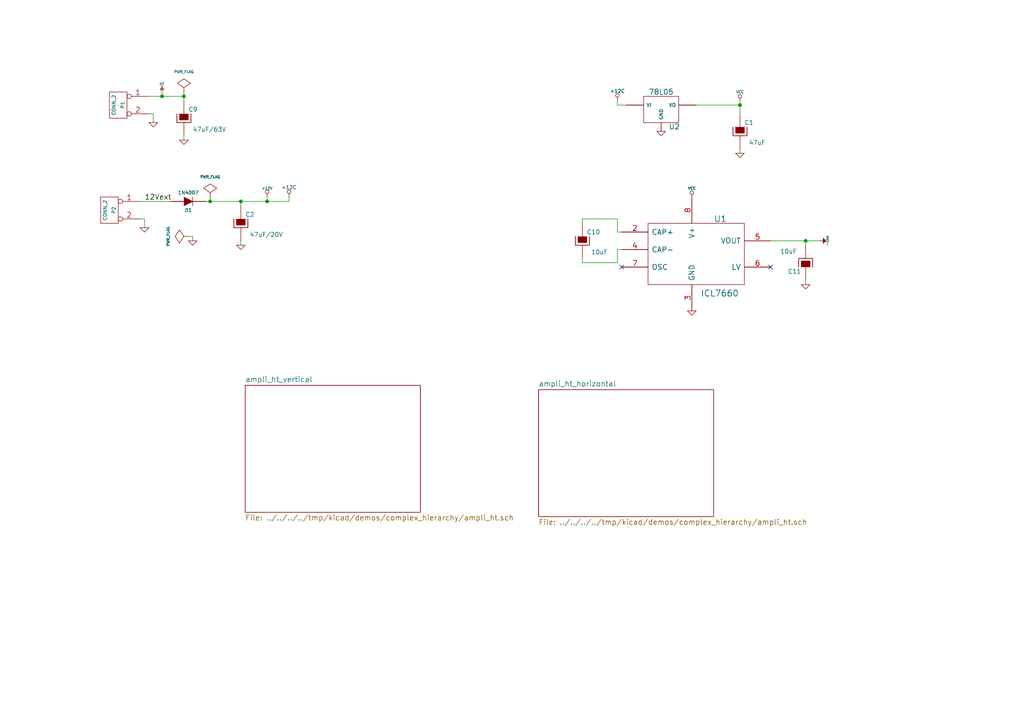
<source format=kicad_sch>
(kicad_sch (version 20230121) (generator eeschema)
  (paper "A4")
  (title_block (date "1 apr 2010"))
  (lib_symbols
    (symbol "complex_hierarchy-rescue:+12C" (power) (pin_numbers hide) (pin_names (offset 0))
      (property "Value" "+12C" (at 0 2.794 0))
      (symbol "+12C_0_0"
        (pin power_in line (at 0 0 90) (length 0) hide (name "+12C") (number "1"))
      )
      (symbol "+12C_0_1"
        (polyline (pts (xy 0 0) (xy 0 1.016) (xy 0 1.016) (xy 0 1.016)))
        (circle (center 0 1.524) (radius 0.508))
      )
    )
    (symbol "complex_hierarchy-rescue:+12V" (power) (pin_numbers hide) (pin_names (offset 0))
      (property "Value" "+12V" (at 0 2.54 0))
      (symbol "+12V_0_0"
        (pin power_in line (at 0 0 90) (length 0) hide (name "+12V") (number "1"))
      )
      (symbol "+12V_0_1"
        (polyline (pts (xy 0 0) (xy 0 1.016) (xy 0 1.016)))
        (circle (center 0 1.524) (radius 0.508))
      )
    )
    (symbol "complex_hierarchy-rescue:-VAA" (power) (pin_names (offset 0))
      (property "Value" "-VAA" (at 0 2.54 0))
      (symbol "-VAA_0_0"
        (pin power_in line (at 0 0 90) (length 0) hide (name "-VAA") (number "1"))
      )
      (symbol "-VAA_0_1"
        (polyline (pts (xy 0 0) (xy 0 1.27) (xy 0 1.27)))
        (polyline (pts (xy 0 2.032) (xy 0.762 1.27) (xy -0.508 1.27) (xy -0.762 1.27) (xy 0 2.032) (xy 0 2.032) (xy 0 2.032)) (fill (type outline)))
      )
    )
    (symbol "complex_hierarchy-rescue:7805" (pin_numbers hide) (pin_names (offset 0.762))
      (property "Reference" "U" (at 3.81 -4.9784 0))
      (property "Value" "7805" (at 0 5.08 0))
      (symbol "7805_0_1"
        (rectangle (start -5.08 -3.81) (end 5.08 3.81))
      )
      (symbol "7805_1_1"
        (pin input line (at 0 -6.35 90) (length 2.54) (name "GND") (number "GND"))
        (pin input line (at -10.16 1.27 0) (length 5.08) (name "VI") (number "VI"))
        (pin power_out line (at 10.16 1.27 180) (length 5.08) (name "VO") (number "VO"))
      )
    )
    (symbol "complex_hierarchy-rescue:CONN_2" (pin_names (offset 1.016) hide)
      (property "Reference" "P" (at -1.27 0 90))
      (property "Value" "CONN_2" (at 1.27 0 90))
      (symbol "CONN_2_0_1"
        (rectangle (start -2.54 3.81) (end 2.54 -3.81))
      )
      (symbol "CONN_2_1_1"
        (pin passive inverted (at -8.89 2.54 0) (length 6.35) (name "P1") (number "1"))
        (pin passive inverted (at -8.89 -2.54 0) (length 6.35) (name "PM") (number "2"))
      )
    )
    (symbol "complex_hierarchy-rescue:CP" (pin_numbers hide) (pin_names (offset 0.254) hide)
      (property "Reference" "C" (at 1.27 2.54 0))
      (property "Value" "CP" (at 1.27 -2.54 0))
      (symbol "CP_0_1"
        (polyline (pts (xy -2.032 1.27) (xy -2.032 -1.27) (xy 2.032 -1.27) (xy 2.032 1.27)) (stroke (width 0.2032)))
        (polyline (pts (xy -1.27 1.27) (xy -1.27 -0.508) (xy 1.27 -0.508) (xy 1.27 1.27)) (fill (type outline)))
      )
      (symbol "CP_1_1"
        (pin passive line (at 0 5.08 270) (length 3.81) (name "~") (number "1"))
        (pin passive line (at 0 -5.08 90) (length 3.81) (name "~") (number "2"))
      )
    )
    (symbol "complex_hierarchy-rescue:DIODE" (pin_numbers hide) (pin_names (offset 1.016) hide)
      (property "Reference" "D" (at 0 2.54 0))
      (property "Value" "DIODE" (at 0 -2.54 0))
      (symbol "DIODE_0_1"
        (polyline (pts (xy 1.27 1.27) (xy 1.27 -1.27)) (stroke (width 0.1524)))
        (polyline (pts (xy -1.27 1.27) (xy 1.27 0) (xy -1.27 -1.27)) (fill (type outline)))
      )
      (symbol "DIODE_1_1"
        (pin passive line (at -5.08 0 0) (length 3.81) (name "A") (number "1"))
        (pin passive line (at 5.08 0 180) (length 3.81) (name "K") (number "2"))
      )
    )
    (symbol "complex_hierarchy-rescue:GND" (power) (pin_names (offset 0))
      (symbol "GND_0_1"
        (polyline (pts (xy -1.27 0) (xy 0 -1.27) (xy 1.27 0) (xy -1.27 0)))
      )
      (symbol "GND_1_1"
        (pin power_in line (at 0 0 90) (length 0) hide (name "GND") (number "1"))
      )
    )
    (symbol "complex_hierarchy-rescue:HT" (power) (pin_names (offset 0))
      (property "Value" "HT" (at 0 2.286 0))
      (symbol "HT_0_0"
        (pin power_in line (at 0 0 90) (length 0) hide (name "HT") (number "1"))
      )
      (symbol "HT_0_1"
        (polyline (pts (xy 0 0) (xy 0 1.016) (xy 0 1.016)))
        (polyline (pts (xy 0 1.016) (xy 0.508 0.508) (xy 0 1.778) (xy -0.508 0.508) (xy 0 1.016) (xy 0 1.016)))
      )
    )
    (symbol "complex_hierarchy-rescue:ICL7660" (pin_names (offset 1.016))
      (property "Reference" "U" (at 5.08 10.16 0))
      (property "Value" "ICL7660" (at 1.27 -11.43 0))
      (symbol "ICL7660_0_1"
        (rectangle (start -13.97 -8.89) (end 13.97 8.89))
      )
      (symbol "ICL7660_1_1"
        (pin input line (at -21.59 6.35 0) (length 7.62) (name "CAP+") (number "2"))
        (pin power_in line (at -1.27 -16.51 90) (length 7.62) (name "GND") (number "3"))
        (pin input line (at -21.59 1.27 0) (length 7.62) (name "CAP-") (number "4"))
        (pin power_out line (at 21.59 3.81 180) (length 7.62) (name "VOUT") (number "5"))
        (pin input line (at 21.59 -3.81 180) (length 7.62) (name "LV") (number "6"))
        (pin input line (at -21.59 -3.81 0) (length 7.62) (name "OSC") (number "7"))
        (pin power_in line (at -1.27 16.51 270) (length 7.62) (name "V+") (number "8"))
      )
    )
    (symbol "complex_hierarchy-rescue:PWR_FLAG" (power) (pin_numbers hide) (pin_names (offset 0) hide)
      (property "Value" "PWR_FLAG" (at 0 4.572 0))
      (symbol "PWR_FLAG_0_0"
        (pin power_out line (at 0 0 90) (length 0) (name "pwr") (number "1"))
      )
      (symbol "PWR_FLAG_0_1"
        (polyline (pts (xy 0 0) (xy 0 1.27) (xy -1.905 2.54) (xy 0 3.81) (xy 1.905 2.54) (xy 0 1.27)))
      )
    )
    (symbol "complex_hierarchy-rescue:VCC" (power) (pin_names (offset 0))
      (property "Value" "VCC" (at 0 2.54 0))
      (symbol "VCC_0_0"
        (pin power_in line (at 0 0 90) (length 0) hide (name "VCC") (number "1"))
      )
      (symbol "VCC_0_1"
        (polyline (pts (xy 0 0) (xy 0 0.762) (xy 0 0.762)))
        (circle (center 0 1.27) (radius 0.508))
      )
    )
  )
  (junction (at 233.68 69.85))
  (junction (at 69.85 58.42))
  (junction (at 46.99 27.94))
  (junction (at 53.34 27.94))
  (junction (at 214.63 30.48))
  (junction (at 60.96 58.42))
  (junction (at 77.47 58.42))
  (no_connect (at 180.34 77.47))
  (no_connect (at 223.52 77.47))
  (wire (pts (xy 179.07 63.5) (xy 179.07 67.31)))
  (wire (pts (xy 69.85 58.42) (xy 69.85 59.69)))
  (wire (pts (xy 41.91 66.04) (xy 41.91 63.5)))
  (wire (pts (xy 46.99 26.67) (xy 46.99 27.94)))
  (wire (pts (xy 179.07 29.21) (xy 179.07 30.48)))
  (wire (pts (xy 83.82 58.42) (xy 83.82 57.15)))
  (wire (pts (xy 46.99 27.94) (xy 43.18 27.94)))
  (wire (pts (xy 233.68 69.85) (xy 237.49 69.85)))
  (wire (pts (xy 53.34 39.37) (xy 53.34 40.64)))
  (wire (pts (xy 53.34 29.21) (xy 53.34 27.94)))
  (wire (pts (xy 214.63 29.21) (xy 214.63 30.48)))
  (wire (pts (xy 201.93 30.48) (xy 214.63 30.48)))
  (wire (pts (xy 223.52 69.85) (xy 233.68 69.85)))
  (wire (pts (xy 214.63 30.48) (xy 214.63 33.02)))
  (wire (pts (xy 43.18 33.02) (xy 44.45 33.02)))
  (wire (pts (xy 179.07 72.39) (xy 180.34 72.39)))
  (wire (pts (xy 53.34 27.94) (xy 46.99 27.94)))
  (wire (pts (xy 59.69 58.42) (xy 60.96 58.42)))
  (wire (pts (xy 54.61 68.58) (xy 55.88 68.58)))
  (wire (pts (xy 60.96 58.42) (xy 60.96 57.15)))
  (wire (pts (xy 233.68 71.12) (xy 233.68 69.85)))
  (wire (pts (xy 44.45 33.02) (xy 44.45 35.56)))
  (wire (pts (xy 69.85 69.85) (xy 69.85 71.12)))
  (wire (pts (xy 168.91 74.93) (xy 168.91 76.2)))
  (wire (pts (xy 77.47 58.42) (xy 83.82 58.42)))
  (wire (pts (xy 168.91 76.2) (xy 179.07 76.2)))
  (wire (pts (xy 69.85 58.42) (xy 77.47 58.42)))
  (wire (pts (xy 233.68 81.28) (xy 233.68 82.55)))
  (wire (pts (xy 179.07 76.2) (xy 179.07 72.39)))
  (wire (pts (xy 60.96 58.42) (xy 69.85 58.42)))
  (wire (pts (xy 168.91 63.5) (xy 179.07 63.5)))
  (wire (pts (xy 179.07 67.31) (xy 180.34 67.31)))
  (wire (pts (xy 40.64 58.42) (xy 49.53 58.42)))
  (wire (pts (xy 55.88 68.58) (xy 55.88 69.85)))
  (wire (pts (xy 77.47 57.15) (xy 77.47 58.42)))
  (wire (pts (xy 179.07 30.48) (xy 181.61 30.48)))
  (wire (pts (xy 53.34 27.94) (xy 53.34 26.67)))
  (wire (pts (xy 168.91 64.77) (xy 168.91 63.5)))
  (wire (pts (xy 41.91 63.5) (xy 40.64 63.5)))
  (wire (pts (xy 214.63 43.18) (xy 214.63 44.45)))
  (label "12Vext" (at 41.91 58.42 0) (effects (font (size 1.524 1.524))))
  (symbol (lib_id "complex_hierarchy-rescue:CONN_2") (at 31.75 60.96 0) (mirror y) (unit 1)
    (property "Reference" "P2" (at 33.02 60.96 90) (effects (font (size 1.016 1.016))))
    (property "Value" "CONN_2" (at 30.48 60.96 90) (effects (font (size 1.016 1.016))))
  )
  (symbol (lib_id "complex_hierarchy-rescue:GND") (at 41.91 66.04 0) (unit 1)
    (property "Reference" "#PWR019" (effects hide))
    (property "Value" "GND" (effects hide))
  )
  (symbol (lib_id "complex_hierarchy-rescue:DIODE") (at 54.61 58.42 0) (mirror x) (unit 1)
    (property "Reference" "D1" (at 54.61 60.96 0) (effects (font (size 1.016 1.016))))
    (property "Value" "1N4007" (at 54.61 55.88 0) (effects (font (size 1.016 1.016))))
  )
  (symbol (lib_id "complex_hierarchy-rescue:CP") (at 69.85 64.77 0) (unit 1)
    (property "Reference" "C2" (at 71.12 62.23 0) (effects (justify left)))
    (property "Value" "47uF/20V" (at 72.39 67.31 0) (effects (justify left top)))
  )
  (symbol (lib_id "complex_hierarchy-rescue:GND") (at 69.85 71.12 0) (unit 1)
    (property "Reference" "#PWR018" (effects hide))
    (property "Value" "GND" (effects hide))
  )
  (symbol (lib_id "complex_hierarchy-rescue:+12V") (at 77.47 57.15 0) (unit 1)
    (property "Reference" "#U017" (effects hide))
    (property "Value" "+12V" (at 77.47 54.61 0) (effects (font (size 0.762 0.762))))
  )
  (symbol (lib_id "complex_hierarchy-rescue:PWR_FLAG") (at 54.61 68.58 90) (unit 1)
    (property "Reference" "#U016" (effects hide))
    (property "Value" "PWR_FLAG" (at 48.768 68.58 0) (effects (font (size 0.762 0.762))))
  )
  (symbol (lib_id "complex_hierarchy-rescue:GND") (at 55.88 69.85 0) (unit 1)
    (property "Reference" "#PWR015" (effects hide))
    (property "Value" "GND" (effects hide))
  )
  (symbol (lib_id "complex_hierarchy-rescue:+12C") (at 83.82 57.15 0) (unit 1)
    (property "Reference" "#PWR014" (effects hide))
    (property "Value" "+12C" (at 83.82 54.356 0) (effects (font (size 1.016 1.016))))
  )
  (symbol (lib_id "complex_hierarchy-rescue:PWR_FLAG") (at 60.96 57.15 0) (unit 1)
    (property "Reference" "#U013" (effects hide))
    (property "Value" "PWR_FLAG" (at 60.96 51.308 0) (effects (font (size 0.762 0.762))))
  )
  (symbol (lib_id "complex_hierarchy-rescue:PWR_FLAG") (at 53.34 26.67 0) (unit 1)
    (property "Reference" "#U012" (effects hide))
    (property "Value" "PWR_FLAG" (at 53.34 20.828 0) (effects (font (size 0.762 0.762))))
  )
  (symbol (lib_id "complex_hierarchy-rescue:+12C") (at 179.07 29.21 0) (unit 1)
    (property "Reference" "#PWR011" (effects hide))
    (property "Value" "+12C" (at 179.07 26.416 0) (effects (font (size 1.016 1.016))))
  )
  (symbol (lib_id "complex_hierarchy-rescue:GND") (at 191.77 38.1 0) (unit 1)
    (property "Reference" "#PWR010" (effects hide))
    (property "Value" "GND" (effects hide))
  )
  (symbol (lib_id "complex_hierarchy-rescue:GND") (at 214.63 44.45 0) (unit 1)
    (property "Reference" "#PWR09" (effects hide))
    (property "Value" "GND" (effects hide))
  )
  (symbol (lib_id "complex_hierarchy-rescue:CP") (at 214.63 38.1 0) (unit 1)
    (property "Reference" "C1" (at 215.9 35.56 0) (effects (justify left)))
    (property "Value" "47uF" (at 217.17 40.64 0) (effects (justify left top)))
  )
  (symbol (lib_id "complex_hierarchy-rescue:HT") (at 46.99 26.67 0) (unit 1)
    (property "Reference" "#PWR08" (effects hide))
    (property "Value" "HT" (at 46.99 24.384 0) (effects (font (size 0.762 0.762))))
  )
  (symbol (lib_id "complex_hierarchy-rescue:CONN_2") (at 34.29 30.48 0) (mirror y) (unit 1)
    (property "Reference" "P1" (at 35.56 30.48 90) (effects (font (size 1.016 1.016))))
    (property "Value" "CONN_2" (at 33.02 30.48 90) (effects (font (size 1.016 1.016))))
  )
  (symbol (lib_id "complex_hierarchy-rescue:GND") (at 44.45 35.56 0) (unit 1)
    (property "Reference" "#PWR07" (effects hide))
    (property "Value" "GND" (effects hide))
  )
  (symbol (lib_id "complex_hierarchy-rescue:GND") (at 53.34 40.64 0) (unit 1)
    (property "Reference" "#PWR06" (effects hide))
    (property "Value" "GND" (effects hide))
  )
  (symbol (lib_id "complex_hierarchy-rescue:CP") (at 53.34 34.29 0) (unit 1)
    (property "Reference" "C9" (at 54.61 31.75 0) (effects (justify left)))
    (property "Value" "47uF/63V" (at 55.88 36.83 0) (effects (justify left top)))
  )
  (symbol (lib_id "complex_hierarchy-rescue:ICL7660") (at 201.93 73.66 0) (unit 1)
    (property "Reference" "U1" (at 207.01 63.5 0) (effects (font (size 1.778 1.778)) (justify left)))
    (property "Value" "ICL7660" (at 203.2 85.09 0) (effects (font (size 1.778 1.778)) (justify left)))
  )
  (symbol (lib_id "complex_hierarchy-rescue:GND") (at 200.66 90.17 0) (unit 1)
    (property "Reference" "#PWR05" (effects hide))
    (property "Value" "GND" (effects hide))
  )
  (symbol (lib_id "complex_hierarchy-rescue:VCC") (at 214.63 29.21 0) (unit 1)
    (property "Reference" "#PWR04" (effects hide))
    (property "Value" "VCC" (at 214.63 26.67 0) (effects (font (size 0.762 0.762))))
  )
  (symbol (lib_id "complex_hierarchy-rescue:VCC") (at 200.66 57.15 0) (unit 1)
    (property "Reference" "#PWR03" (effects hide))
    (property "Value" "VCC" (at 200.66 54.61 0) (effects (font (size 0.762 0.762))))
  )
  (symbol (lib_id "complex_hierarchy-rescue:7805") (at 191.77 31.75 0) (unit 1)
    (property "Reference" "U2" (at 195.58 36.7284 0) (effects (font (size 1.524 1.524))))
    (property "Value" "78L05" (at 191.77 26.67 0) (effects (font (size 1.524 1.524))))
  )
  (symbol (lib_id "complex_hierarchy-rescue:-VAA") (at 237.49 69.85 270) (unit 1)
    (property "Reference" "#PWR02" (effects hide))
    (property "Value" "-VAA" (at 240.03 69.85 0) (effects (font (size 0.762 0.762))))
  )
  (symbol (lib_id "complex_hierarchy-rescue:CP") (at 233.68 76.2 180) (unit 1)
    (property "Reference" "C11" (at 232.41 78.74 0) (effects (justify left)))
    (property "Value" "10uF" (at 231.14 73.66 0) (effects (justify left top)))
  )
  (symbol (lib_id "complex_hierarchy-rescue:GND") (at 233.68 82.55 0) (unit 1)
    (property "Reference" "#PWR01" (effects hide))
    (property "Value" "GND" (effects hide))
  )
  (symbol (lib_id "complex_hierarchy-rescue:CP") (at 168.91 69.85 0) (unit 1)
    (property "Reference" "C10" (at 170.18 67.31 0) (effects (justify left)))
    (property "Value" "10uF" (at 171.45 72.39 0) (effects (justify left top)))
  )
  (sheet (at 71.12 111.76) (size 50.8 36.83)
    (property "Sheetname" "ampli_ht_vertical" (at 71.12 110.9214 0) (effects (font (size 1.524 1.524)) (justify left bottom)))
    (property "Sheetfile" "../../../../tmp/kicad/demos/complex_hierarchy/ampli_ht.sch" (at 71.12 149.2762 0) (effects (font (size 1.524 1.524)) (justify left top)))
  )
  (sheet (at 156.21 113.03) (size 50.8 36.83)
    (property "Sheetname" "ampli_ht_horizontal" (at 156.21 112.1914 0) (effects (font (size 1.524 1.524)) (justify left bottom)))
    (property "Sheetfile" "../../../../tmp/kicad/demos/complex_hierarchy/ampli_ht.sch" (at 156.21 150.5462 0) (effects (font (size 1.524 1.524)) (justify left top)))
  )
)
</source>
